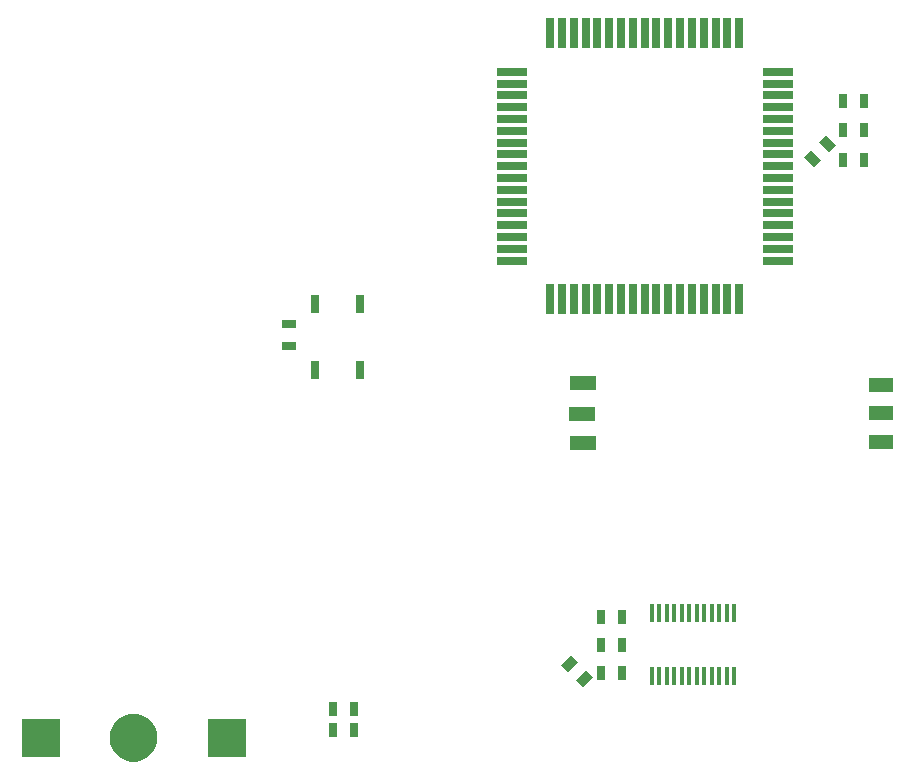
<source format=gbp>
G75*
%MOIN*%
%OFA0B0*%
%FSLAX25Y25*%
%IPPOS*%
%LPD*%
%AMOC8*
5,1,8,0,0,1.08239X$1,22.5*
%
%ADD10R,0.03150X0.09843*%
%ADD11R,0.09843X0.03150*%
%ADD12R,0.08661X0.04724*%
%ADD13R,0.07874X0.04724*%
%ADD14R,0.03150X0.04724*%
%ADD15R,0.01772X0.05906*%
%ADD16R,0.12500X0.12500*%
%ADD17C,0.07874*%
%ADD18R,0.03000X0.06000*%
%ADD19R,0.04724X0.03150*%
D10*
X0318034Y0186243D03*
X0321971Y0186243D03*
X0325908Y0186243D03*
X0329845Y0186243D03*
X0333782Y0186243D03*
X0337719Y0186243D03*
X0341656Y0186243D03*
X0345593Y0186243D03*
X0349530Y0186243D03*
X0314097Y0186243D03*
X0310160Y0186243D03*
X0306223Y0186243D03*
X0302286Y0186243D03*
X0298349Y0186243D03*
X0294412Y0186243D03*
X0290475Y0186243D03*
X0286538Y0186243D03*
X0318034Y0274825D03*
X0314097Y0274825D03*
X0310160Y0274825D03*
X0306223Y0274825D03*
X0302286Y0274825D03*
X0298349Y0274825D03*
X0294412Y0274825D03*
X0290475Y0274825D03*
X0286538Y0274825D03*
X0321971Y0274825D03*
X0325908Y0274825D03*
X0329845Y0274825D03*
X0333782Y0274825D03*
X0337719Y0274825D03*
X0341656Y0274825D03*
X0345593Y0274825D03*
X0349530Y0274825D03*
D11*
X0273743Y0230534D03*
X0273743Y0226597D03*
X0273743Y0222660D03*
X0273743Y0218723D03*
X0273743Y0214786D03*
X0273743Y0210849D03*
X0273743Y0206912D03*
X0273743Y0202975D03*
X0273743Y0199038D03*
X0273743Y0234471D03*
X0273743Y0238408D03*
X0273743Y0242345D03*
X0273743Y0246282D03*
X0273743Y0250219D03*
X0273743Y0254156D03*
X0273743Y0258093D03*
X0273743Y0262030D03*
X0362325Y0230534D03*
X0362325Y0234471D03*
X0362325Y0238408D03*
X0362325Y0242345D03*
X0362325Y0246282D03*
X0362325Y0250219D03*
X0362325Y0254156D03*
X0362325Y0258093D03*
X0362325Y0262030D03*
X0362325Y0226597D03*
X0362325Y0222660D03*
X0362325Y0218723D03*
X0362325Y0214786D03*
X0362325Y0210849D03*
X0362325Y0206912D03*
X0362325Y0202975D03*
X0362325Y0199038D03*
D12*
X0297223Y0147866D03*
X0297380Y0158102D03*
X0297380Y0138221D03*
D13*
X0396790Y0138535D03*
X0396868Y0148142D03*
X0396868Y0157433D03*
D14*
X0384176Y0242542D03*
X0391262Y0242542D03*
G36*
X0376776Y0232433D02*
X0374549Y0230206D01*
X0371210Y0233545D01*
X0373437Y0235772D01*
X0376776Y0232433D01*
G37*
G36*
X0381787Y0237444D02*
X0379560Y0235217D01*
X0376221Y0238556D01*
X0378448Y0240783D01*
X0381787Y0237444D01*
G37*
X0391262Y0252384D03*
X0384176Y0252384D03*
X0391262Y0232699D03*
X0384176Y0232699D03*
X0310554Y0061636D03*
X0303467Y0061636D03*
X0310554Y0071085D03*
X0303467Y0071085D03*
X0310554Y0080140D03*
X0303467Y0080140D03*
X0214097Y0049471D03*
X0221183Y0049471D03*
X0221223Y0042620D03*
X0214136Y0042620D03*
G36*
X0292308Y0061940D02*
X0290081Y0064167D01*
X0293420Y0067506D01*
X0295647Y0065279D01*
X0292308Y0061940D01*
G37*
G36*
X0297319Y0056929D02*
X0295092Y0059156D01*
X0298431Y0062495D01*
X0300658Y0060268D01*
X0297319Y0056929D01*
G37*
D15*
X0320426Y0081676D03*
X0322926Y0081676D03*
X0325426Y0081676D03*
X0327926Y0081676D03*
X0330426Y0081676D03*
X0332926Y0081676D03*
X0335426Y0081676D03*
X0337926Y0081676D03*
X0340426Y0081676D03*
X0342926Y0081676D03*
X0345426Y0081676D03*
X0347926Y0081676D03*
X0347926Y0060494D03*
X0345426Y0060494D03*
X0342926Y0060494D03*
X0340426Y0060494D03*
X0337926Y0060494D03*
X0335426Y0060494D03*
X0332926Y0060494D03*
X0330426Y0060494D03*
X0327926Y0060494D03*
X0325426Y0060494D03*
X0322926Y0060494D03*
X0320426Y0060494D03*
D16*
X0116651Y0039995D03*
X0178651Y0039995D03*
D17*
X0143714Y0039995D02*
X0143716Y0040120D01*
X0143722Y0040245D01*
X0143732Y0040369D01*
X0143746Y0040493D01*
X0143763Y0040617D01*
X0143785Y0040740D01*
X0143811Y0040862D01*
X0143840Y0040984D01*
X0143873Y0041104D01*
X0143911Y0041223D01*
X0143951Y0041342D01*
X0143996Y0041458D01*
X0144044Y0041573D01*
X0144096Y0041687D01*
X0144152Y0041799D01*
X0144211Y0041909D01*
X0144273Y0042017D01*
X0144339Y0042124D01*
X0144408Y0042228D01*
X0144481Y0042329D01*
X0144556Y0042429D01*
X0144635Y0042526D01*
X0144717Y0042620D01*
X0144802Y0042712D01*
X0144889Y0042801D01*
X0144980Y0042887D01*
X0145073Y0042970D01*
X0145169Y0043051D01*
X0145267Y0043128D01*
X0145367Y0043202D01*
X0145470Y0043273D01*
X0145575Y0043340D01*
X0145683Y0043405D01*
X0145792Y0043465D01*
X0145903Y0043523D01*
X0146016Y0043576D01*
X0146130Y0043626D01*
X0146246Y0043673D01*
X0146363Y0043715D01*
X0146482Y0043754D01*
X0146602Y0043790D01*
X0146723Y0043821D01*
X0146845Y0043849D01*
X0146967Y0043872D01*
X0147091Y0043892D01*
X0147215Y0043908D01*
X0147339Y0043920D01*
X0147464Y0043928D01*
X0147589Y0043932D01*
X0147713Y0043932D01*
X0147838Y0043928D01*
X0147963Y0043920D01*
X0148087Y0043908D01*
X0148211Y0043892D01*
X0148335Y0043872D01*
X0148457Y0043849D01*
X0148579Y0043821D01*
X0148700Y0043790D01*
X0148820Y0043754D01*
X0148939Y0043715D01*
X0149056Y0043673D01*
X0149172Y0043626D01*
X0149286Y0043576D01*
X0149399Y0043523D01*
X0149510Y0043465D01*
X0149620Y0043405D01*
X0149727Y0043340D01*
X0149832Y0043273D01*
X0149935Y0043202D01*
X0150035Y0043128D01*
X0150133Y0043051D01*
X0150229Y0042970D01*
X0150322Y0042887D01*
X0150413Y0042801D01*
X0150500Y0042712D01*
X0150585Y0042620D01*
X0150667Y0042526D01*
X0150746Y0042429D01*
X0150821Y0042329D01*
X0150894Y0042228D01*
X0150963Y0042124D01*
X0151029Y0042017D01*
X0151091Y0041909D01*
X0151150Y0041799D01*
X0151206Y0041687D01*
X0151258Y0041573D01*
X0151306Y0041458D01*
X0151351Y0041342D01*
X0151391Y0041223D01*
X0151429Y0041104D01*
X0151462Y0040984D01*
X0151491Y0040862D01*
X0151517Y0040740D01*
X0151539Y0040617D01*
X0151556Y0040493D01*
X0151570Y0040369D01*
X0151580Y0040245D01*
X0151586Y0040120D01*
X0151588Y0039995D01*
X0151586Y0039870D01*
X0151580Y0039745D01*
X0151570Y0039621D01*
X0151556Y0039497D01*
X0151539Y0039373D01*
X0151517Y0039250D01*
X0151491Y0039128D01*
X0151462Y0039006D01*
X0151429Y0038886D01*
X0151391Y0038767D01*
X0151351Y0038648D01*
X0151306Y0038532D01*
X0151258Y0038417D01*
X0151206Y0038303D01*
X0151150Y0038191D01*
X0151091Y0038081D01*
X0151029Y0037973D01*
X0150963Y0037866D01*
X0150894Y0037762D01*
X0150821Y0037661D01*
X0150746Y0037561D01*
X0150667Y0037464D01*
X0150585Y0037370D01*
X0150500Y0037278D01*
X0150413Y0037189D01*
X0150322Y0037103D01*
X0150229Y0037020D01*
X0150133Y0036939D01*
X0150035Y0036862D01*
X0149935Y0036788D01*
X0149832Y0036717D01*
X0149727Y0036650D01*
X0149619Y0036585D01*
X0149510Y0036525D01*
X0149399Y0036467D01*
X0149286Y0036414D01*
X0149172Y0036364D01*
X0149056Y0036317D01*
X0148939Y0036275D01*
X0148820Y0036236D01*
X0148700Y0036200D01*
X0148579Y0036169D01*
X0148457Y0036141D01*
X0148335Y0036118D01*
X0148211Y0036098D01*
X0148087Y0036082D01*
X0147963Y0036070D01*
X0147838Y0036062D01*
X0147713Y0036058D01*
X0147589Y0036058D01*
X0147464Y0036062D01*
X0147339Y0036070D01*
X0147215Y0036082D01*
X0147091Y0036098D01*
X0146967Y0036118D01*
X0146845Y0036141D01*
X0146723Y0036169D01*
X0146602Y0036200D01*
X0146482Y0036236D01*
X0146363Y0036275D01*
X0146246Y0036317D01*
X0146130Y0036364D01*
X0146016Y0036414D01*
X0145903Y0036467D01*
X0145792Y0036525D01*
X0145682Y0036585D01*
X0145575Y0036650D01*
X0145470Y0036717D01*
X0145367Y0036788D01*
X0145267Y0036862D01*
X0145169Y0036939D01*
X0145073Y0037020D01*
X0144980Y0037103D01*
X0144889Y0037189D01*
X0144802Y0037278D01*
X0144717Y0037370D01*
X0144635Y0037464D01*
X0144556Y0037561D01*
X0144481Y0037661D01*
X0144408Y0037762D01*
X0144339Y0037866D01*
X0144273Y0037973D01*
X0144211Y0038081D01*
X0144152Y0038191D01*
X0144096Y0038303D01*
X0144044Y0038417D01*
X0143996Y0038532D01*
X0143951Y0038648D01*
X0143911Y0038767D01*
X0143873Y0038886D01*
X0143840Y0039006D01*
X0143811Y0039128D01*
X0143785Y0039250D01*
X0143763Y0039373D01*
X0143746Y0039497D01*
X0143732Y0039621D01*
X0143722Y0039745D01*
X0143716Y0039870D01*
X0143714Y0039995D01*
D18*
X0208172Y0184447D03*
X0208172Y0162447D03*
X0223172Y0184447D03*
X0223172Y0162447D03*
D19*
X0199530Y0177778D03*
X0199530Y0170691D03*
M02*

</source>
